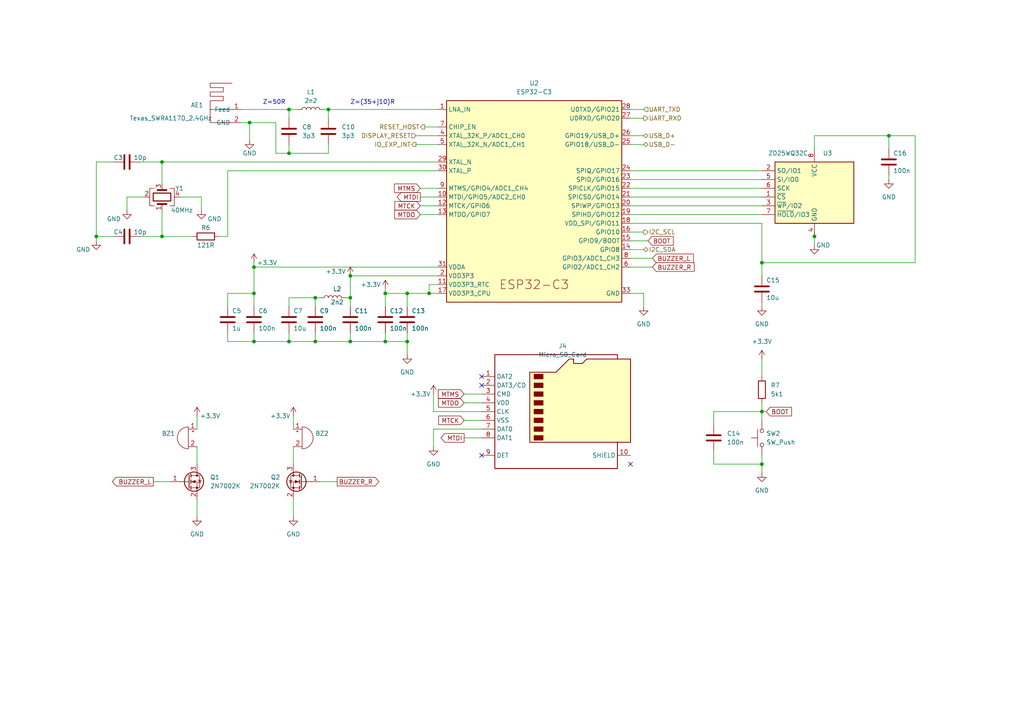
<source format=kicad_sch>
(kicad_sch (version 20230121) (generator eeschema)
  (paper "A4")
  (lib_symbols
    (symbol "Connector:Micro_SD_Card_Det1"
      (property "Reference" "J" (at -16.51 17.78 0))
      (property "Value" "Micro_SD_Card_Det1" (at 16.51 17.78 0))
      (symbol "Micro_SD_Card_Det1_0_1"
        (rectangle (start -7.62 -6.985) (end -5.08 -8.255) (stroke (width 0.254)) (fill (type outline)))
        (rectangle (start -7.62 -4.445) (end -5.08 -5.715) (stroke (width 0.254)) (fill (type outline)))
        (rectangle (start -7.62 -1.905) (end -5.08 -3.175) (stroke (width 0.254)) (fill (type outline)))
        (rectangle (start -7.62 0.635) (end -5.08 -0.635) (stroke (width 0.254)) (fill (type outline)))
        (rectangle (start -7.62 3.175) (end -5.08 1.905) (stroke (width 0.254)) (fill (type outline)))
        (rectangle (start -7.62 5.715) (end -5.08 4.445) (stroke (width 0.254)) (fill (type outline)))
        (rectangle (start -7.62 8.255) (end -5.08 6.985) (stroke (width 0.254)) (fill (type outline)))
        (rectangle (start -7.62 10.795) (end -5.08 9.525) (stroke (width 0.254)) (fill (type outline)))
        (polyline (pts (xy 16.51 15.24) (xy 16.51 16.51) (xy -19.05 16.51) (xy -19.05 -16.51) (xy 16.51 -16.51) (xy 16.51 -8.89)) (stroke (width 0.254)))
        (polyline (pts (xy -8.89 -8.89) (xy -8.89 11.43) (xy -1.27 11.43) (xy 2.54 15.24) (xy 3.81 15.24) (xy 3.81 13.97) (xy 6.35 13.97) (xy 7.62 15.24) (xy 20.32 15.24) (xy 20.32 -8.89) (xy -8.89 -8.89)) (stroke (width 0.254)) (fill (type background)))
      )
      (symbol "Micro_SD_Card_Det1_1_1"
        (pin bidirectional line (at -22.86 10.16 0) (length 3.81) (name "DAT2") (number "1"))
        (pin passive line (at 20.32 -12.7 180) (length 3.81) (name "SHIELD") (number "10"))
        (pin bidirectional line (at -22.86 7.62 0) (length 3.81) (name "DAT3/CD") (number "2"))
        (pin input line (at -22.86 5.08 0) (length 3.81) (name "CMD") (number "3"))
        (pin power_in line (at -22.86 2.54 0) (length 3.81) (name "VDD") (number "4"))
        (pin input line (at -22.86 0 0) (length 3.81) (name "CLK") (number "5"))
        (pin power_in line (at -22.86 -2.54 0) (length 3.81) (name "VSS") (number "6"))
        (pin bidirectional line (at -22.86 -5.08 0) (length 3.81) (name "DAT0") (number "7"))
        (pin bidirectional line (at -22.86 -7.62 0) (length 3.81) (name "DAT1") (number "8"))
        (pin passive line (at -22.86 -12.7 0) (length 3.81) (name "DET") (number "9"))
      )
    )
    (symbol "Device:Buzzer" (pin_names (offset 0.0254) hide)
      (property "Reference" "BZ" (at 3.81 1.27 0))
      (property "Value" "Buzzer" (at 3.81 -1.27 0))
      (symbol "Buzzer_0_1"
        (arc (start 0 -3.175) (mid 3.1612 0) (end 0 3.175))
        (polyline (pts (xy -1.651 1.905) (xy -1.143 1.905)))
        (polyline (pts (xy -1.397 2.159) (xy -1.397 1.651)))
        (polyline (pts (xy 0 3.175) (xy 0 -3.175)))
      )
      (symbol "Buzzer_1_1"
        (pin passive line (at -2.54 2.54 0) (length 2.54) (name "-") (number "1"))
        (pin passive line (at -2.54 -2.54 0) (length 2.54) (name "+") (number "2"))
      )
    )
    (symbol "Device:C" (pin_numbers hide) (pin_names (offset 0.254))
      (property "Reference" "C" (at 0.635 2.54 0))
      (property "Value" "C" (at 0.635 -2.54 0))
      (symbol "C_0_1"
        (polyline (pts (xy -2.032 -0.762) (xy 2.032 -0.762)) (stroke (width 0.508)))
        (polyline (pts (xy -2.032 0.762) (xy 2.032 0.762)) (stroke (width 0.508)))
      )
      (symbol "C_1_1"
        (pin passive line (at 0 3.81 270) (length 2.794) (name "~") (number "1"))
        (pin passive line (at 0 -3.81 90) (length 2.794) (name "~") (number "2"))
      )
    )
    (symbol "Device:Crystal_GND24" (pin_names (offset 1.016) hide)
      (property "Reference" "Y" (at 3.175 5.08 0))
      (property "Value" "Crystal_GND24" (at 3.175 3.175 0))
      (symbol "Crystal_GND24_0_1"
        (rectangle (start -1.143 2.54) (end 1.143 -2.54) (stroke (width 0.3048)))
        (polyline (pts (xy -2.54 0) (xy -2.032 0)))
        (polyline (pts (xy -2.032 -1.27) (xy -2.032 1.27)) (stroke (width 0.508)))
        (polyline (pts (xy 0 -3.81) (xy 0 -3.556)))
        (polyline (pts (xy 0 3.556) (xy 0 3.81)))
        (polyline (pts (xy 2.032 -1.27) (xy 2.032 1.27)) (stroke (width 0.508)))
        (polyline (pts (xy 2.032 0) (xy 2.54 0)))
        (polyline (pts (xy -2.54 -2.286) (xy -2.54 -3.556) (xy 2.54 -3.556) (xy 2.54 -2.286)))
        (polyline (pts (xy -2.54 2.286) (xy -2.54 3.556) (xy 2.54 3.556) (xy 2.54 2.286)))
      )
      (symbol "Crystal_GND24_1_1"
        (pin passive line (at -3.81 0 0) (length 1.27) (name "1") (number "1"))
        (pin passive line (at 0 5.08 270) (length 1.27) (name "2") (number "2"))
        (pin passive line (at 3.81 0 180) (length 1.27) (name "3") (number "3"))
        (pin passive line (at 0 -5.08 90) (length 1.27) (name "4") (number "4"))
      )
    )
    (symbol "Device:L" (pin_numbers hide) (pin_names (offset 1.016) hide)
      (property "Reference" "L" (at -1.27 0 90))
      (property "Value" "L" (at 1.905 0 90))
      (symbol "L_0_1"
        (arc (start 0 -2.54) (mid 0.6323 -1.905) (end 0 -1.27))
        (arc (start 0 -1.27) (mid 0.6323 -0.635) (end 0 0))
        (arc (start 0 0) (mid 0.6323 0.635) (end 0 1.27))
        (arc (start 0 1.27) (mid 0.6323 1.905) (end 0 2.54))
      )
      (symbol "L_1_1"
        (pin passive line (at 0 3.81 270) (length 1.27) (name "1") (number "1"))
        (pin passive line (at 0 -3.81 90) (length 1.27) (name "2") (number "2"))
      )
    )
    (symbol "Device:R" (pin_numbers hide) (pin_names (offset 0))
      (property "Reference" "R" (at 2.032 0 90))
      (property "Value" "R" (at 0 0 90))
      (symbol "R_0_1"
        (rectangle (start -1.016 -2.54) (end 1.016 2.54) (stroke (width 0.254)))
      )
      (symbol "R_1_1"
        (pin passive line (at 0 3.81 270) (length 1.27) (name "~") (number "1"))
        (pin passive line (at 0 -3.81 90) (length 1.27) (name "~") (number "2"))
      )
    )
    (symbol "MCU_Espressif:ESP32-C3"
      (property "Reference" "U" (at -25.4 35.56 0))
      (property "Value" "ESP32-C3" (at -25.4 33.02 0))
      (symbol "ESP32-C3_0_0"
        (text "ESP32-C3" (at 0 -22.86 0) (effects (font (size 2.54 2.54))))
        (pin bidirectional line (at -27.94 27.94 0) (length 2.54) (name "LNA_IN") (number "1"))
        (pin bidirectional line (at -27.94 2.54 0) (length 2.54) (name "MTDI/GPIO5/ADC2_CH0") (number "10"))
        (pin power_in line (at -27.94 -22.86 0) (length 2.54) (name "VDD3P3_RTC") (number "11"))
        (pin bidirectional line (at -27.94 0 0) (length 2.54) (name "MTCK/GPIO6") (number "12"))
        (pin bidirectional line (at -27.94 -2.54 0) (length 2.54) (name "MTDO/GPIO7") (number "13"))
        (pin bidirectional line (at 27.94 -12.7 180) (length 2.54) (name "GPIO8") (number "14"))
        (pin bidirectional line (at 27.94 -10.16 180) (length 2.54) (name "GPIO9/BOOT") (number "15"))
        (pin bidirectional line (at 27.94 -7.62 180) (length 2.54) (name "GPIO10") (number "16"))
        (pin power_in line (at -27.94 -25.4 0) (length 2.54) (name "VDD3P3_CPU") (number "17"))
        (pin bidirectional line (at 27.94 -5.08 180) (length 2.54) (name "VDD_SPI/GPIO11") (number "18"))
        (pin bidirectional line (at 27.94 -2.54 180) (length 2.54) (name "SPIHD/GPIO12") (number "19"))
        (pin power_in line (at -27.94 -20.32 0) (length 2.54) (name "VDD3P3") (number "2"))
        (pin bidirectional line (at 27.94 0 180) (length 2.54) (name "SPIWP/GPIO13") (number "20"))
        (pin bidirectional line (at 27.94 2.54 180) (length 2.54) (name "SPICS0/GPIO14") (number "21"))
        (pin bidirectional line (at 27.94 5.08 180) (length 2.54) (name "SPICLK/GPIO15") (number "22"))
        (pin bidirectional line (at 27.94 7.62 180) (length 2.54) (name "SPID/GPIO16") (number "23"))
        (pin bidirectional line (at 27.94 10.16 180) (length 2.54) (name "SPIQ/GPIO17") (number "24"))
        (pin bidirectional line (at 27.94 17.78 180) (length 2.54) (name "GPIO18/USB_D-") (number "25"))
        (pin bidirectional line (at 27.94 20.32 180) (length 2.54) (name "GPIO19/USB_D+") (number "26"))
        (pin bidirectional line (at 27.94 25.4 180) (length 2.54) (name "U0RXD/GPIO20") (number "27"))
        (pin bidirectional line (at 27.94 27.94 180) (length 2.54) (name "U0TXD/GPIO21") (number "28"))
        (pin output line (at -27.94 12.7 0) (length 2.54) (name "XTAL_N") (number "29"))
        (pin input line (at -27.94 10.16 0) (length 2.54) (name "XTAL_P") (number "30"))
        (pin power_in line (at -27.94 -17.78 0) (length 2.54) (name "VDDA") (number "31"))
        (pin power_in line (at 27.94 -25.4 180) (length 2.54) (name "GND") (number "33"))
        (pin output line (at -27.94 20.32 0) (length 2.54) (name "XTAL_32K_P/ADC1_CH0") (number "4"))
        (pin input line (at -27.94 17.78 0) (length 2.54) (name "XTAL_32K_N/ADC1_CH1") (number "5"))
        (pin bidirectional line (at 27.94 -17.78 180) (length 2.54) (name "GPIO2/ADC1_CH2") (number "6"))
        (pin input line (at -27.94 22.86 0) (length 2.54) (name "CHIP_EN") (number "7"))
        (pin bidirectional line (at 27.94 -15.24 180) (length 2.54) (name "GPIO3/ADC1_CH3") (number "8"))
        (pin bidirectional line (at -27.94 5.08 0) (length 2.54) (name "MTMS/GPIO4/ADC1_CH4") (number "9"))
      )
      (symbol "ESP32-C3_0_1"
        (rectangle (start -25.4 30.48) (end 25.4 -27.94) (stroke (width 0.254)) (fill (type background)))
        (pin passive line (at -27.94 -20.32 0) (length 2.54) hide (name "VDD3P3") (number "3"))
        (pin passive line (at -27.94 -17.78 0) (length 2.54) hide (name "VDDA") (number "32"))
      )
    )
    (symbol "Prj_Memory_Flash:ZD25WQ32C"
      (property "Reference" "U3" (at 3.81 0 0))
      (property "Value" "ZD25WQ32C" (at -7.62 0 0))
      (symbol "ZD25WQ32C_1_1"
        (rectangle (start -11.43 -2.54) (end 11.43 -20.32) (stroke (width 0.254)) (fill (type background)))
        (pin input line (at -15.24 -12.7 0) (length 3.81) (name "~{CS}") (number "1"))
        (pin bidirectional line (at -15.24 -5.08 0) (length 3.81) (name "SO/IO1") (number "2"))
        (pin bidirectional line (at -15.24 -15.24 0) (length 3.81) (name "~{WP}/IO2") (number "3"))
        (pin power_in line (at 0 -24.13 90) (length 3.81) (name "GND") (number "4"))
        (pin bidirectional line (at -15.24 -7.62 0) (length 3.81) (name "SI/IO0") (number "5"))
        (pin input line (at -15.24 -10.16 0) (length 3.81) (name "SCK") (number "6"))
        (pin bidirectional line (at -15.24 -17.78 0) (length 3.81) (name "~{HOLD}/IO3") (number "7"))
        (pin power_in line (at 0 1.27 270) (length 3.81) (name "VCC") (number "8"))
      )
    )
    (symbol "Prj_antenna:Texas_SWRA117D_2.4GHz"
      (property "Reference" "AE" (at 0 0 0))
      (property "Value" "Texas_SWRA117D_2.4GHz" (at 0 0 0))
      (symbol "Texas_SWRA117D_2.4GHz_0_1"
        (polyline (pts (xy 1.27 -5.08) (xy 7.62 -5.08) (xy 7.62 -8.89) (xy 1.27 -8.89) (xy 6.35 -8.89)))
        (polyline (pts (xy 7.62 -8.89) (xy 7.62 -11.43) (xy 3.81 -11.43) (xy 3.81 -12.7) (xy 7.62 -12.7) (xy 7.62 -13.97) (xy 3.81 -13.97) (xy 3.81 -15.24) (xy 7.62 -15.24) (xy 7.62 -16.51) (xy 1.27 -16.51)))
      )
      (symbol "Texas_SWRA117D_2.4GHz_1_1"
        (pin input line (at -1.27 -8.89 0) (length 2.54) (name "Feed") (number "1"))
        (pin input line (at -1.27 -5.08 0) (length 2.54) (name "GND") (number "2"))
      )
    )
    (symbol "Switch:SW_Push" (pin_numbers hide) (pin_names (offset 1.016) hide)
      (property "Reference" "SW" (at 1.27 2.54 0))
      (property "Value" "SW_Push" (at 0 -1.524 0))
      (symbol "SW_Push_0_1"
        (circle (center -2.032 0) (radius 0.508))
        (polyline (pts (xy 0 1.27) (xy 0 3.048)))
        (polyline (pts (xy 2.54 1.27) (xy -2.54 1.27)))
        (circle (center 2.032 0) (radius 0.508))
        (pin passive line (at -5.08 0 0) (length 2.54) (name "1") (number "1"))
        (pin passive line (at 5.08 0 180) (length 2.54) (name "2") (number "2"))
      )
    )
    (symbol "Transistor_FET:2N7002K" (pin_names hide)
      (property "Reference" "Q" (at 5.08 1.905 0))
      (property "Value" "2N7002K" (at 5.08 0 0))
      (symbol "2N7002K_0_1"
        (polyline (pts (xy 0.254 0) (xy -2.54 0)))
        (polyline (pts (xy 0.254 1.905) (xy 0.254 -1.905)) (stroke (width 0.254)))
        (polyline (pts (xy 0.762 -1.27) (xy 0.762 -2.286)) (stroke (width 0.254)))
        (polyline (pts (xy 0.762 0.508) (xy 0.762 -0.508)) (stroke (width 0.254)))
        (polyline (pts (xy 0.762 2.286) (xy 0.762 1.27)) (stroke (width 0.254)))
        (polyline (pts (xy 2.54 2.54) (xy 2.54 1.778)))
        (polyline (pts (xy 2.54 -2.54) (xy 2.54 0) (xy 0.762 0)))
        (polyline (pts (xy 0.762 -1.778) (xy 3.302 -1.778) (xy 3.302 1.778) (xy 0.762 1.778)))
        (polyline (pts (xy 1.016 0) (xy 2.032 0.381) (xy 2.032 -0.381) (xy 1.016 0)) (fill (type outline)))
        (polyline (pts (xy 2.794 0.508) (xy 2.921 0.381) (xy 3.683 0.381) (xy 3.81 0.254)))
        (polyline (pts (xy 3.302 0.381) (xy 2.921 -0.254) (xy 3.683 -0.254) (xy 3.302 0.381)))
        (circle (center 1.651 0) (radius 2.794) (stroke (width 0.254)))
        (circle (center 2.54 -1.778) (radius 0.254) (fill (type outline)))
        (circle (center 2.54 1.778) (radius 0.254) (fill (type outline)))
      )
      (symbol "2N7002K_1_1"
        (pin input line (at -5.08 0 0) (length 2.54) (name "G") (number "1"))
        (pin passive line (at 2.54 -5.08 90) (length 2.54) (name "S") (number "2"))
        (pin passive line (at 2.54 5.08 270) (length 2.54) (name "D") (number "3"))
      )
    )
    (symbol "power:+3.3V" (power) (pin_names (offset 0))
      (property "Value" "+3.3V" (at 0 3.556 0))
      (symbol "+3.3V_0_1"
        (polyline (pts (xy -0.762 1.27) (xy 0 2.54)))
        (polyline (pts (xy 0 0) (xy 0 2.54)))
        (polyline (pts (xy 0 2.54) (xy 0.762 1.27)))
      )
      (symbol "+3.3V_1_1"
        (pin power_in line (at 0 0 90) (length 0) hide (name "+3.3V") (number "1"))
      )
    )
    (symbol "power:GND" (power) (pin_names (offset 0))
      (property "Value" "GND" (at 0 -3.81 0))
      (symbol "GND_0_1"
        (polyline (pts (xy 0 0) (xy 0 -1.27) (xy 1.27 -1.27) (xy 0 -2.54) (xy -1.27 -1.27) (xy 0 -1.27)))
      )
      (symbol "GND_1_1"
        (pin power_in line (at 0 0 270) (length 0) hide (name "GND") (number "1"))
      )
    )
  )
  (junction (at 220.98 134.62))
  (junction (at 101.6 99.06))
  (junction (at 220.98 119.38))
  (junction (at 101.6 80.01))
  (junction (at 46.99 46.99))
  (junction (at 73.66 77.47))
  (junction (at 124.46 85.09))
  (junction (at 118.11 99.06))
  (junction (at 27.94 68.58))
  (junction (at 111.76 85.09))
  (junction (at 111.76 99.06))
  (junction (at 73.66 99.06))
  (junction (at 95.25 31.75))
  (junction (at 118.11 85.09))
  (junction (at 236.22 68.58))
  (junction (at 72.39 35.56))
  (junction (at 91.44 86.36))
  (junction (at 83.82 44.45))
  (junction (at 220.98 76.2))
  (junction (at 73.66 85.09))
  (junction (at 101.6 86.36))
  (junction (at 257.81 39.37))
  (junction (at 83.82 99.06))
  (junction (at 46.99 68.58))
  (junction (at 83.82 31.75))
  (junction (at 91.44 99.06))
  (no_connect (at 139.7 111.76))
  (no_connect (at 139.7 109.22))
  (no_connect (at 139.7 132.08))
  (no_connect (at 182.88 134.62))
  (wire (pts (xy 73.66 77.47) (xy 73.66 85.09)))
  (wire (pts (xy 220.98 134.62) (xy 220.98 137.16)))
  (wire (pts (xy 36.83 57.15) (xy 41.91 57.15)))
  (wire (pts (xy 85.09 129.54) (xy 85.09 134.62)))
  (wire (pts (xy 57.15 149.86) (xy 57.15 144.78)))
  (wire (pts (xy 73.66 96.52) (xy 73.66 99.06)))
  (wire (pts (xy 236.22 39.37) (xy 257.81 39.37)))
  (wire (pts (xy 236.22 67.31) (xy 236.22 68.58)))
  (wire (pts (xy 83.82 86.36) (xy 91.44 86.36)))
  (wire (pts (xy 182.88 52.07) (xy 220.98 52.07)))
  (wire (pts (xy 95.25 41.91) (xy 95.25 44.45)))
  (wire (pts (xy 186.69 31.75) (xy 182.88 31.75)))
  (wire (pts (xy 69.85 35.56) (xy 72.39 35.56)))
  (wire (pts (xy 83.82 31.75) (xy 83.82 34.29)))
  (wire (pts (xy 73.66 76.2) (xy 73.66 77.47)))
  (wire (pts (xy 207.01 130.81) (xy 207.01 134.62)))
  (wire (pts (xy 44.45 139.7) (xy 49.53 139.7)))
  (wire (pts (xy 125.73 129.54) (xy 125.73 124.46)))
  (wire (pts (xy 125.73 124.46) (xy 139.7 124.46)))
  (wire (pts (xy 257.81 43.18) (xy 257.81 39.37)))
  (wire (pts (xy 182.88 54.61) (xy 220.98 54.61)))
  (wire (pts (xy 182.88 59.69) (xy 220.98 59.69)))
  (wire (pts (xy 220.98 76.2) (xy 220.98 80.01)))
  (wire (pts (xy 85.09 149.86) (xy 85.09 144.78)))
  (wire (pts (xy 111.76 96.52) (xy 111.76 99.06)))
  (wire (pts (xy 80.01 44.45) (xy 83.82 44.45)))
  (wire (pts (xy 27.94 46.99) (xy 27.94 68.58)))
  (wire (pts (xy 95.25 44.45) (xy 83.82 44.45)))
  (wire (pts (xy 66.04 99.06) (xy 73.66 99.06)))
  (wire (pts (xy 73.66 99.06) (xy 83.82 99.06)))
  (wire (pts (xy 120.65 41.91) (xy 127 41.91)))
  (wire (pts (xy 182.88 85.09) (xy 186.69 85.09)))
  (wire (pts (xy 95.25 31.75) (xy 127 31.75)))
  (wire (pts (xy 118.11 88.9) (xy 118.11 85.09)))
  (wire (pts (xy 85.09 120.65) (xy 85.09 124.46)))
  (wire (pts (xy 236.22 68.58) (xy 236.22 71.12)))
  (wire (pts (xy 101.6 80.01) (xy 127 80.01)))
  (wire (pts (xy 101.6 96.52) (xy 101.6 99.06)))
  (wire (pts (xy 182.88 41.91) (xy 186.69 41.91)))
  (wire (pts (xy 66.04 96.52) (xy 66.04 99.06)))
  (wire (pts (xy 182.88 49.53) (xy 220.98 49.53)))
  (wire (pts (xy 121.92 57.15) (xy 127 57.15)))
  (wire (pts (xy 73.66 85.09) (xy 73.66 88.9)))
  (wire (pts (xy 83.82 88.9) (xy 83.82 86.36)))
  (wire (pts (xy 101.6 99.06) (xy 111.76 99.06)))
  (wire (pts (xy 118.11 99.06) (xy 118.11 102.87)))
  (wire (pts (xy 111.76 85.09) (xy 118.11 85.09)))
  (wire (pts (xy 72.39 35.56) (xy 80.01 35.56)))
  (wire (pts (xy 127 82.55) (xy 124.46 82.55)))
  (wire (pts (xy 101.6 86.36) (xy 101.6 88.9)))
  (wire (pts (xy 123.19 36.83) (xy 127 36.83)))
  (wire (pts (xy 66.04 85.09) (xy 73.66 85.09)))
  (wire (pts (xy 124.46 82.55) (xy 124.46 85.09)))
  (wire (pts (xy 57.15 129.54) (xy 57.15 134.62)))
  (wire (pts (xy 27.94 68.58) (xy 33.02 68.58)))
  (wire (pts (xy 46.99 46.99) (xy 127 46.99)))
  (wire (pts (xy 121.92 62.23) (xy 127 62.23)))
  (wire (pts (xy 69.85 31.75) (xy 83.82 31.75)))
  (wire (pts (xy 27.94 68.58) (xy 27.94 69.85)))
  (wire (pts (xy 118.11 96.52) (xy 118.11 99.06)))
  (wire (pts (xy 83.82 96.52) (xy 83.82 99.06)))
  (wire (pts (xy 220.98 76.2) (xy 265.43 76.2)))
  (wire (pts (xy 111.76 88.9) (xy 111.76 85.09)))
  (wire (pts (xy 236.22 43.18) (xy 236.22 39.37)))
  (wire (pts (xy 58.42 57.15) (xy 58.42 60.96)))
  (wire (pts (xy 91.44 86.36) (xy 92.71 86.36)))
  (wire (pts (xy 46.99 68.58) (xy 55.88 68.58)))
  (wire (pts (xy 182.88 39.37) (xy 186.69 39.37)))
  (wire (pts (xy 95.25 31.75) (xy 95.25 34.29)))
  (wire (pts (xy 101.6 80.01) (xy 101.6 86.36)))
  (wire (pts (xy 63.5 68.58) (xy 66.04 68.58)))
  (wire (pts (xy 73.66 77.47) (xy 127 77.47)))
  (wire (pts (xy 91.44 96.52) (xy 91.44 99.06)))
  (wire (pts (xy 118.11 85.09) (xy 124.46 85.09)))
  (wire (pts (xy 46.99 60.96) (xy 46.99 68.58)))
  (wire (pts (xy 220.98 104.14) (xy 220.98 109.22)))
  (wire (pts (xy 182.88 64.77) (xy 220.98 64.77)))
  (wire (pts (xy 46.99 46.99) (xy 46.99 53.34)))
  (wire (pts (xy 72.39 35.56) (xy 72.39 40.64)))
  (wire (pts (xy 220.98 119.38) (xy 222.25 119.38)))
  (wire (pts (xy 134.62 116.84) (xy 139.7 116.84)))
  (wire (pts (xy 220.98 87.63) (xy 220.98 88.9)))
  (wire (pts (xy 265.43 39.37) (xy 257.81 39.37)))
  (wire (pts (xy 83.82 41.91) (xy 83.82 44.45)))
  (wire (pts (xy 189.23 77.47) (xy 182.88 77.47)))
  (wire (pts (xy 182.88 72.39) (xy 186.69 72.39)))
  (wire (pts (xy 83.82 31.75) (xy 86.36 31.75)))
  (wire (pts (xy 125.73 119.38) (xy 139.7 119.38)))
  (wire (pts (xy 182.88 62.23) (xy 220.98 62.23)))
  (wire (pts (xy 134.62 127) (xy 139.7 127)))
  (wire (pts (xy 207.01 134.62) (xy 220.98 134.62)))
  (wire (pts (xy 111.76 83.82) (xy 111.76 85.09)))
  (wire (pts (xy 186.69 34.29) (xy 182.88 34.29)))
  (wire (pts (xy 66.04 88.9) (xy 66.04 85.09)))
  (wire (pts (xy 182.88 67.31) (xy 186.69 67.31)))
  (wire (pts (xy 93.98 31.75) (xy 95.25 31.75)))
  (wire (pts (xy 36.83 60.96) (xy 36.83 57.15)))
  (wire (pts (xy 124.46 85.09) (xy 127 85.09)))
  (wire (pts (xy 33.02 46.99) (xy 27.94 46.99)))
  (wire (pts (xy 207.01 119.38) (xy 220.98 119.38)))
  (wire (pts (xy 66.04 49.53) (xy 127 49.53)))
  (wire (pts (xy 134.62 114.3) (xy 139.7 114.3)))
  (wire (pts (xy 121.92 54.61) (xy 127 54.61)))
  (wire (pts (xy 57.15 120.65) (xy 57.15 124.46)))
  (wire (pts (xy 121.92 59.69) (xy 127 59.69)))
  (wire (pts (xy 83.82 99.06) (xy 91.44 99.06)))
  (wire (pts (xy 125.73 114.3) (xy 125.73 119.38)))
  (wire (pts (xy 220.98 64.77) (xy 220.98 76.2)))
  (wire (pts (xy 182.88 69.85) (xy 187.96 69.85)))
  (wire (pts (xy 265.43 76.2) (xy 265.43 39.37)))
  (wire (pts (xy 100.33 86.36) (xy 101.6 86.36)))
  (wire (pts (xy 111.76 99.06) (xy 118.11 99.06)))
  (wire (pts (xy 40.64 68.58) (xy 46.99 68.58)))
  (wire (pts (xy 186.69 85.09) (xy 186.69 88.9)))
  (wire (pts (xy 207.01 123.19) (xy 207.01 119.38)))
  (wire (pts (xy 66.04 68.58) (xy 66.04 49.53)))
  (wire (pts (xy 120.65 39.37) (xy 127 39.37)))
  (wire (pts (xy 80.01 35.56) (xy 80.01 44.45)))
  (wire (pts (xy 40.64 46.99) (xy 46.99 46.99)))
  (wire (pts (xy 220.98 116.84) (xy 220.98 119.38)))
  (wire (pts (xy 257.81 50.8) (xy 257.81 52.07)))
  (wire (pts (xy 91.44 99.06) (xy 101.6 99.06)))
  (wire (pts (xy 220.98 119.38) (xy 220.98 121.92)))
  (wire (pts (xy 91.44 86.36) (xy 91.44 88.9)))
  (wire (pts (xy 220.98 132.08) (xy 220.98 134.62)))
  (wire (pts (xy 189.23 74.93) (xy 182.88 74.93)))
  (wire (pts (xy 182.88 57.15) (xy 220.98 57.15)))
  (wire (pts (xy 134.62 121.92) (xy 139.7 121.92)))
  (wire (pts (xy 52.07 57.15) (xy 58.42 57.15)))
  (wire (pts (xy 97.79 139.7) (xy 92.71 139.7)))
  (text "Z=(35+j10)R" (at 101.6 30.48 0) (effects (font (size 1.27 1.27)) (justify left bottom)))
  (text "Z=50R" (at 76.2 30.48 0) (effects (font (size 1.27 1.27)) (justify left bottom)))
  (global_label "MTDI" (shape output) (at 121.92 57.15 180) (property "Intersheetrefs" "${INTERSHEET_REFS}" (effects hide)))
  (global_label "MTMS" (shape input) (at 121.92 54.61 180) (property "Intersheetrefs" "${INTERSHEET_REFS}" (effects hide)))
  (global_label "MTMS" (shape input) (at 134.62 114.3 180) (property "Intersheetrefs" "${INTERSHEET_REFS}" (effects hide)))
  (global_label "MTDI" (shape output) (at 134.62 127 180) (property "Intersheetrefs" "${INTERSHEET_REFS}" (effects hide)))
  (global_label "BUZZER_R" (shape output) (at 97.79 139.7 0) (property "Intersheetrefs" "${INTERSHEET_REFS}" (effects hide)))
  (global_label "BUZZER_L" (shape output) (at 44.45 139.7 180) (property "Intersheetrefs" "${INTERSHEET_REFS}" (effects hide)))
  (global_label "MTDO" (shape input) (at 134.62 116.84 180) (property "Intersheetrefs" "${INTERSHEET_REFS}" (effects hide)))
  (global_label "MTDO" (shape input) (at 121.92 62.23 180) (property "Intersheetrefs" "${INTERSHEET_REFS}" (effects hide)))
  (global_label "BUZZER_R" (shape input) (at 189.23 77.47 0) (property "Intersheetrefs" "${INTERSHEET_REFS}" (effects hide)))
  (global_label "BOOT" (shape input) (at 222.25 119.38 0) (property "Intersheetrefs" "${INTERSHEET_REFS}" (effects hide)))
  (global_label "MTCK" (shape input) (at 134.62 121.92 180) (property "Intersheetrefs" "${INTERSHEET_REFS}" (effects hide)))
  (global_label "BOOT" (shape input) (at 187.96 69.85 0) (property "Intersheetrefs" "${INTERSHEET_REFS}" (effects hide)))
  (global_label "BUZZER_L" (shape input) (at 189.23 74.93 0) (property "Intersheetrefs" "${INTERSHEET_REFS}" (effects hide)))
  (global_label "MTCK" (shape input) (at 121.92 59.69 180) (property "Intersheetrefs" "${INTERSHEET_REFS}" (effects hide)))
  (hierarchical_label "RESET_HOST" (shape output) (at 123.19 36.83 180))
  (hierarchical_label "USB_D+" (shape bidirectional) (at 186.69 39.37 0))
  (hierarchical_label "I2C_SDA" (shape bidirectional) (at 186.69 72.39 0))
  (hierarchical_label "USB_D-" (shape bidirectional) (at 186.69 41.91 0))
  (hierarchical_label "UART_RXD" (shape output) (at 186.69 34.29 0))
  (hierarchical_label "I2C_SCL" (shape output) (at 186.69 67.31 0))
  (hierarchical_label "UART_TXD" (shape input) (at 186.69 31.75 0))
  (hierarchical_label "IO_EXP_INT" (shape output) (at 120.65 41.91 180))
  (hierarchical_label "DISPLAY_RESET" (shape input) (at 120.65 39.37 180))
  (symbol (lib_id "power:GND") (at 85.09 149.86 0) (mirror y) (unit 1)
    (property "Reference" "#PWR054" (effects hide))
    (property "Value" "GND" (at 85.09 154.94 0))
  )
  (symbol (lib_id "power:+3.3V") (at 101.6 80.01 0) (unit 1)
    (property "Reference" "#PWR013" (effects hide))
    (property "Value" "+3.3V" (at 100.33 78.74 0) (effects (justify right)))
  )
  (symbol (lib_id "Device:C") (at 73.66 92.71 0) (unit 1)
    (property "Reference" "C6" (at 74.93 90.17 0) (effects (justify left)))
    (property "Value" "100n" (at 74.93 95.25 0) (effects (justify left)))
    (property "Footprint" "Capacitor_SMD:C_0402_1005Metric_Pad0.74x0.62mm_HandSolder" (effects hide))
  )
  (symbol (lib_id "Device:C") (at 83.82 92.71 0) (unit 1)
    (property "Reference" "C7" (at 85.09 90.17 0) (effects (justify left)))
    (property "Value" "10u" (at 85.09 95.25 0) (effects (justify left)))
    (property "Footprint" "Capacitor_SMD:C_0402_1005Metric_Pad0.74x0.62mm_HandSolder" (effects hide))
  )
  (symbol (lib_id "Transistor_FET:2N7002K") (at 54.61 139.7 0) (unit 1)
    (property "Reference" "Q1" (at 60.96 138.43 0) (effects (justify left)))
    (property "Value" "2N7002K" (at 60.96 140.97 0) (effects (justify left)))
    (property "Footprint" "Package_TO_SOT_SMD:SOT-23" (effects hide))
    (property "Datasheet" "https://www.diodes.com/assets/Datasheets/ds30896.pdf" (effects hide))
  )
  (symbol (lib_id "Device:L") (at 96.52 86.36 90) (unit 1)
    (property "Reference" "L2" (at 97.79 83.82 90))
    (property "Value" "2n2" (at 97.79 87.63 90))
    (property "Footprint" "Inductor_SMD:L_0402_1005Metric_Pad0.77x0.64mm_HandSolder" (effects hide))
  )
  (symbol (lib_id "Device:C") (at 257.81 46.99 0) (unit 1)
    (property "Reference" "C16" (at 259.08 44.45 0) (effects (justify left)))
    (property "Value" "100n" (at 259.08 49.53 0) (effects (justify left)))
    (property "Footprint" "Capacitor_SMD:C_0402_1005Metric_Pad0.74x0.62mm_HandSolder" (effects hide))
  )
  (symbol (lib_id "power:GND") (at 220.98 88.9 0) (unit 1)
    (property "Reference" "#PWR017" (effects hide))
    (property "Value" "GND" (at 220.98 93.98 0))
  )
  (symbol (lib_id "Device:C") (at 95.25 38.1 0) (unit 1)
    (property "Reference" "C10" (at 99.06 36.8299 0) (effects (justify left)))
    (property "Value" "3p3" (at 99.06 39.3699 0) (effects (justify left)))
    (property "Footprint" "Capacitor_SMD:C_0402_1005Metric_Pad0.74x0.62mm_HandSolder" (effects hide))
  )
  (symbol (lib_id "Device:C") (at 66.04 92.71 0) (unit 1)
    (property "Reference" "C5" (at 67.31 90.17 0) (effects (justify left)))
    (property "Value" "1u" (at 67.31 95.25 0) (effects (justify left)))
    (property "Footprint" "Capacitor_SMD:C_0402_1005Metric_Pad0.74x0.62mm_HandSolder" (effects hide))
  )
  (symbol (lib_id "Device:C") (at 220.98 83.82 0) (unit 1)
    (property "Reference" "C15" (at 222.25 81.28 0) (effects (justify left)))
    (property "Value" "10u" (at 222.25 86.36 0) (effects (justify left)))
    (property "Footprint" "Capacitor_SMD:C_0402_1005Metric_Pad0.74x0.62mm_HandSolder" (effects hide))
  )
  (symbol (lib_id "Device:C") (at 36.83 68.58 90) (unit 1)
    (property "Reference" "C4" (at 34.29 67.31 90))
    (property "Value" "10p" (at 40.64 67.31 90))
    (property "Footprint" "Capacitor_SMD:C_0402_1005Metric_Pad0.74x0.62mm_HandSolder" (effects hide))
  )
  (symbol (lib_id "power:GND") (at 72.39 40.64 0) (unit 1)
    (property "Reference" "#PWR012" (effects hide))
    (property "Value" "GND" (at 72.39 44.45 0))
  )
  (symbol (lib_id "power:GND") (at 57.15 149.86 0) (unit 1)
    (property "Reference" "#PWR050" (effects hide))
    (property "Value" "GND" (at 57.15 154.94 0))
  )
  (symbol (lib_id "power:GND") (at 36.83 60.96 0) (unit 1)
    (property "Reference" "#PWR09" (effects hide))
    (property "Value" "GND" (at 33.02 63.5 0))
  )
  (symbol (lib_id "Transistor_FET:2N7002K") (at 87.63 139.7 0) (mirror y) (unit 1)
    (property "Reference" "Q2" (at 81.28 138.43 0) (effects (justify left)))
    (property "Value" "2N7002K" (at 81.28 140.97 0) (effects (justify left)))
    (property "Footprint" "Package_TO_SOT_SMD:SOT-23" (effects hide))
    (property "Datasheet" "https://www.diodes.com/assets/Datasheets/ds30896.pdf" (effects hide))
  )
  (symbol (lib_id "power:GND") (at 236.22 71.12 0) (unit 1)
    (property "Reference" "#PWR020" (effects hide))
    (property "Value" "GND" (at 238.76 71.12 0))
  )
  (symbol (lib_id "power:+3.3V") (at 73.66 76.2 0) (unit 1)
    (property "Reference" "#PWR011" (effects hide))
    (property "Value" "+3.3V" (at 77.47 76.2 0))
  )
  (symbol (lib_id "power:GND") (at 58.42 60.96 0) (unit 1)
    (property "Reference" "#PWR010" (effects hide))
    (property "Value" "GND" (at 62.23 63.5 0))
  )
  (symbol (lib_id "Device:C") (at 118.11 92.71 0) (unit 1)
    (property "Reference" "C13" (at 119.38 90.17 0) (effects (justify left)))
    (property "Value" "100n" (at 119.38 95.25 0) (effects (justify left)))
    (property "Footprint" "Capacitor_SMD:C_0402_1005Metric_Pad0.74x0.62mm_HandSolder" (effects hide))
  )
  (symbol (lib_id "power:+3.3V") (at 111.76 83.82 0) (unit 1)
    (property "Reference" "#PWR014" (effects hide))
    (property "Value" "+3.3V" (at 110.49 82.55 0) (effects (justify right)))
  )
  (symbol (lib_id "power:GND") (at 220.98 137.16 0) (unit 1)
    (property "Reference" "#PWR019" (effects hide))
    (property "Value" "GND" (at 220.98 142.24 0))
  )
  (symbol (lib_id "Prj_antenna:Texas_SWRA117D_2.4GHz") (at 68.58 40.64 180) (unit 1) (in_bom no)
    (property "Reference" "AE1" (at 57.15 30.48 0))
    (property "Value" "Texas_SWRA117D_2.4GHz" (at 49.53 34.29 0))
    (property "Footprint" "RF_Antenna:Texas_SWRA117D_2.4GHz_Left" (effects hide))
  )
  (symbol (lib_id "Device:Crystal_GND24") (at 46.99 57.15 90) (unit 1)
    (property "Reference" "Y1" (at 50.8 54.61 90) (effects (justify right)))
    (property "Value" "40MHz" (at 49.53 60.96 90) (effects (justify right)))
    (property "Footprint" "Crystal:Crystal_SMD_3225-4Pin_3.2x2.5mm" (effects hide))
    (property "Description" "S3240000101040" (effects hide))
  )
  (symbol (lib_id "power:+3.3V") (at 85.09 120.65 0) (mirror y) (unit 1)
    (property "Reference" "#PWR053" (effects hide))
    (property "Value" "+3.3V" (at 81.28 120.65 0))
  )
  (symbol (lib_id "power:+3.3V") (at 125.73 114.3 0) (mirror y) (unit 1)
    (property "Reference" "#PWR056" (effects hide))
    (property "Value" "+3.3V" (at 121.92 114.3 0))
  )
  (symbol (lib_id "Switch:SW_Push") (at 220.98 127 90) (unit 1)
    (property "Reference" "SW2" (at 222.25 125.73 90) (effects (justify right)))
    (property "Value" "SW_Push" (at 222.25 128.2699 90) (effects (justify right)))
    (property "Footprint" "Button_Switch_SMD:SW_SPST_TL3342" (effects hide))
  )
  (symbol (lib_id "Device:R") (at 59.69 68.58 90) (unit 1)
    (property "Reference" "R6" (at 59.69 66.04 90))
    (property "Value" "121R" (at 59.69 71.12 90))
    (property "Footprint" "Resistor_SMD:R_0402_1005Metric_Pad0.72x0.64mm_HandSolder" (effects hide))
  )
  (symbol (lib_id "Device:Buzzer") (at 87.63 127 0) (unit 1)
    (property "Reference" "BZ2" (at 91.44 125.73 0) (effects (justify left)))
    (property "Value" "Buzzer" (effects hide))
    (property "Footprint" "Buzzer_Beeper:MagneticBuzzer_CUI_CMT-8504-100-SMT" (effects hide))
  )
  (symbol (lib_id "Device:Buzzer") (at 54.61 127 0) (mirror y) (unit 1)
    (property "Reference" "BZ1" (at 50.8 125.73 0) (effects (justify left)))
    (property "Value" "Buzzer" (effects hide))
    (property "Footprint" "Buzzer_Beeper:MagneticBuzzer_CUI_CMT-8504-100-SMT" (effects hide))
  )
  (symbol (lib_id "power:GND") (at 257.81 52.07 0) (unit 1)
    (property "Reference" "#PWR021" (effects hide))
    (property "Value" "GND" (at 257.81 57.15 0))
  )
  (symbol (lib_id "power:GND") (at 118.11 102.87 0) (unit 1)
    (property "Reference" "#PWR015" (effects hide))
    (property "Value" "GND" (at 118.11 107.95 0))
  )
  (symbol (lib_id "power:+3.3V") (at 57.15 120.65 0) (unit 1)
    (property "Reference" "#PWR026" (effects hide))
    (property "Value" "+3.3V" (at 60.96 120.65 0))
  )
  (symbol (lib_id "Device:C") (at 207.01 127 0) (unit 1)
    (property "Reference" "C14" (at 210.82 125.7299 0) (effects (justify left)))
    (property "Value" "100n" (at 210.82 128.27 0) (effects (justify left)))
    (property "Footprint" "Capacitor_SMD:C_0402_1005Metric_Pad0.74x0.62mm_HandSolder" (effects hide))
  )
  (symbol (lib_id "Device:R") (at 220.98 113.03 0) (unit 1)
    (property "Reference" "R7" (at 223.52 111.7599 0) (effects (justify left)))
    (property "Value" "5k1" (at 223.52 114.2999 0) (effects (justify left)))
    (property "Footprint" "Resistor_SMD:R_0402_1005Metric_Pad0.72x0.64mm_HandSolder" (effects hide))
  )
  (symbol (lib_id "Device:C") (at 111.76 92.71 0) (unit 1)
    (property "Reference" "C12" (at 113.03 90.17 0) (effects (justify left)))
    (property "Value" "100n" (at 113.03 95.25 0) (effects (justify left)))
    (property "Footprint" "Capacitor_SMD:C_0402_1005Metric_Pad0.74x0.62mm_HandSolder" (effects hide))
  )
  (symbol (lib_id "Prj_Memory_Flash:ZD25WQ32C") (at 236.22 44.45 0) (unit 1)
    (property "Reference" "U3" (at 240.03 44.45 0))
    (property "Value" "ZD25WQ32C" (at 228.6 44.45 0))
    (property "Footprint" "Package_SO:SOP-8_5.28x5.23mm_P1.27mm" (effects hide))
  )
  (symbol (lib_id "power:GND") (at 125.73 129.54 0) (mirror y) (unit 1)
    (property "Reference" "#PWR055" (effects hide))
    (property "Value" "GND" (at 125.73 134.62 0))
  )
  (symbol (lib_id "Device:C") (at 101.6 92.71 0) (unit 1)
    (property "Reference" "C11" (at 102.87 90.17 0) (effects (justify left)))
    (property "Value" "100n" (at 102.87 95.25 0) (effects (justify left)))
    (property "Footprint" "Capacitor_SMD:C_0402_1005Metric_Pad0.74x0.62mm_HandSolder" (effects hide))
  )
  (symbol (lib_id "Device:C") (at 83.82 38.1 0) (unit 1)
    (property "Reference" "C8" (at 87.63 36.8299 0) (effects (justify left)))
    (property "Value" "3p3" (at 87.63 39.3699 0) (effects (justify left)))
    (property "Footprint" "Capacitor_SMD:C_0402_1005Metric_Pad0.74x0.62mm_HandSolder" (effects hide))
  )
  (symbol (lib_id "Connector:Micro_SD_Card_Det1") (at 162.56 119.38 0) (unit 1)
    (property "Reference" "J4" (at 163.195 100.33 0))
    (property "Value" "Micro_SD_Card" (at 163.195 102.87 0))
    (property "Footprint" "Prj_connector_card:microSD_HC_Hanbo_Electronic_TF-018B-H15" (effects hide))
    (property "Datasheet" "https://datasheet.lcsc.com/lcsc/2110151630_XKB-Connectivity-XKTF-015-N_C381082.pdf" (effects hide))
  )
  (symbol (lib_id "MCU_Espressif:ESP32-C3") (at 154.94 59.69 0) (unit 1)
    (property "Reference" "U2" (at 154.94 24.13 0))
    (property "Value" "ESP32-C3" (at 154.94 26.67 0))
    (property "Footprint" "Package_DFN_QFN:QFN-32-1EP_5x5mm_P0.5mm_EP3.45x3.45mm" (effects hide))
    (property "Datasheet" "https://www.espressif.com/sites/default/files/documentation/esp32-c3_datasheet_en.pdf" (effects hide))
  )
  (symbol (lib_id "power:GND") (at 27.94 69.85 0) (unit 1)
    (property "Reference" "#PWR08" (effects hide))
    (property "Value" "GND" (at 24.13 72.39 0))
  )
  (symbol (lib_id "power:GND") (at 186.69 88.9 0) (unit 1)
    (property "Reference" "#PWR016" (effects hide))
    (property "Value" "GND" (at 186.69 93.98 0))
  )
  (symbol (lib_id "Device:C") (at 36.83 46.99 90) (unit 1)
    (property "Reference" "C3" (at 34.29 45.72 90))
    (property "Value" "10p" (at 40.64 45.72 90))
    (property "Footprint" "Capacitor_SMD:C_0402_1005Metric_Pad0.74x0.62mm_HandSolder" (effects hide))
  )
  (symbol (lib_id "Device:L") (at 90.17 31.75 90) (unit 1)
    (property "Reference" "L1" (at 90.17 26.67 90))
    (property "Value" "2n2" (at 90.17 29.21 90))
    (property "Footprint" "Inductor_SMD:L_0402_1005Metric_Pad0.77x0.64mm_HandSolder" (effects hide))
  )
  (symbol (lib_id "Device:C") (at 91.44 92.71 0) (unit 1)
    (property "Reference" "C9" (at 92.71 90.17 0) (effects (justify left)))
    (property "Value" "100n" (at 92.71 95.25 0) (effects (justify left)))
    (property "Footprint" "Capacitor_SMD:C_0402_1005Metric_Pad0.74x0.62mm_HandSolder" (effects hide))
  )
  (symbol (lib_id "power:+3.3V") (at 220.98 104.14 0) (unit 1)
    (property "Reference" "#PWR0101" (effects hide))
    (property "Value" "+3.3V" (at 220.98 99.06 0))
  )
)
</source>
